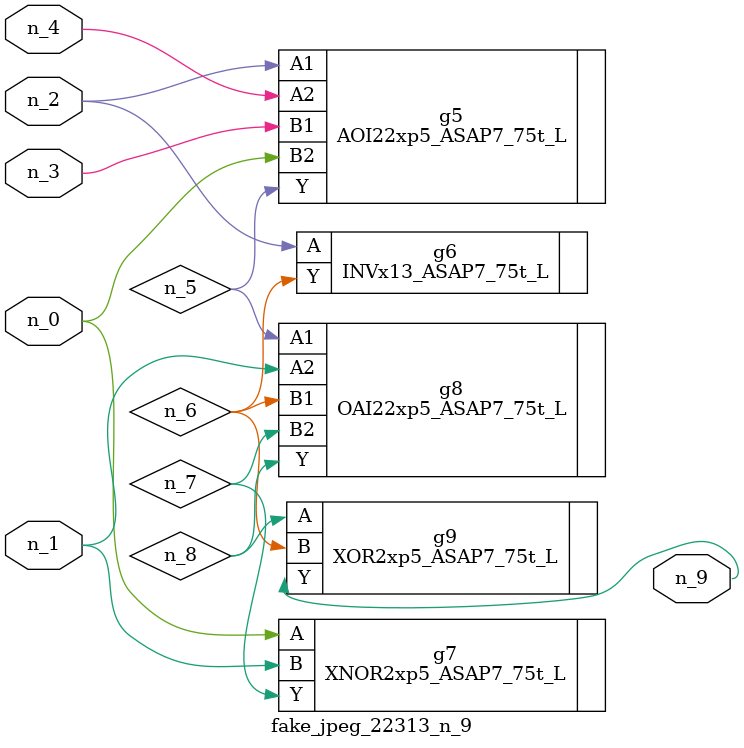
<source format=v>
module fake_jpeg_22313_n_9 (n_3, n_2, n_1, n_0, n_4, n_9);

input n_3;
input n_2;
input n_1;
input n_0;
input n_4;

output n_9;

wire n_8;
wire n_6;
wire n_5;
wire n_7;

AOI22xp5_ASAP7_75t_L g5 ( 
.A1(n_2),
.A2(n_4),
.B1(n_3),
.B2(n_0),
.Y(n_5)
);

INVx13_ASAP7_75t_L g6 ( 
.A(n_2),
.Y(n_6)
);

XNOR2xp5_ASAP7_75t_L g7 ( 
.A(n_0),
.B(n_1),
.Y(n_7)
);

OAI22xp5_ASAP7_75t_L g8 ( 
.A1(n_5),
.A2(n_1),
.B1(n_6),
.B2(n_7),
.Y(n_8)
);

XOR2xp5_ASAP7_75t_L g9 ( 
.A(n_8),
.B(n_6),
.Y(n_9)
);


endmodule
</source>
